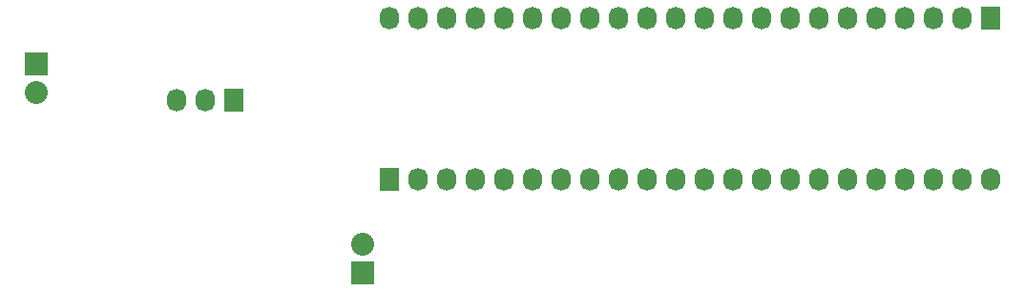
<source format=gbs>
%FSLAX46Y46*%
G04 Gerber Fmt 4.6, Leading zero omitted, Abs format (unit mm)*
G04 Created by KiCad (PCBNEW (2014-09-02 BZR 5112)-product) date Fri 05 Sep 2014 18:15:05 BST*
%MOMM*%
G01*
G04 APERTURE LIST*
%ADD10C,0.100000*%
%ADD11R,2.032000X2.032000*%
%ADD12O,2.032000X2.032000*%
%ADD13R,1.727200X2.032000*%
%ADD14O,1.727200X2.032000*%
G04 APERTURE END LIST*
D10*
D11*
X139000000Y-117730000D03*
D12*
X139000000Y-120270000D03*
D13*
X156540000Y-121000000D03*
D14*
X154000000Y-121000000D03*
X151460000Y-121000000D03*
D11*
X168000000Y-136270000D03*
D12*
X168000000Y-133730000D03*
D13*
X223670000Y-113700000D03*
D14*
X221130000Y-113700000D03*
X218590000Y-113700000D03*
X216050000Y-113700000D03*
X213510000Y-113700000D03*
X210970000Y-113700000D03*
X208430000Y-113700000D03*
X205890000Y-113700000D03*
X203350000Y-113700000D03*
X200810000Y-113700000D03*
X198270000Y-113700000D03*
X195730000Y-113700000D03*
X193190000Y-113700000D03*
X190650000Y-113700000D03*
X188110000Y-113700000D03*
X185570000Y-113700000D03*
X183030000Y-113700000D03*
X180490000Y-113700000D03*
X177950000Y-113700000D03*
X175410000Y-113700000D03*
X172870000Y-113700000D03*
X170330000Y-113700000D03*
D13*
X170330000Y-128000000D03*
D14*
X172870000Y-128000000D03*
X175410000Y-128000000D03*
X177950000Y-128000000D03*
X180490000Y-128000000D03*
X183030000Y-128000000D03*
X185570000Y-128000000D03*
X188110000Y-128000000D03*
X190650000Y-128000000D03*
X193190000Y-128000000D03*
X195730000Y-128000000D03*
X198270000Y-128000000D03*
X200810000Y-128000000D03*
X203350000Y-128000000D03*
X205890000Y-128000000D03*
X208430000Y-128000000D03*
X210970000Y-128000000D03*
X213510000Y-128000000D03*
X216050000Y-128000000D03*
X218590000Y-128000000D03*
X221130000Y-128000000D03*
X223670000Y-128000000D03*
M02*

</source>
